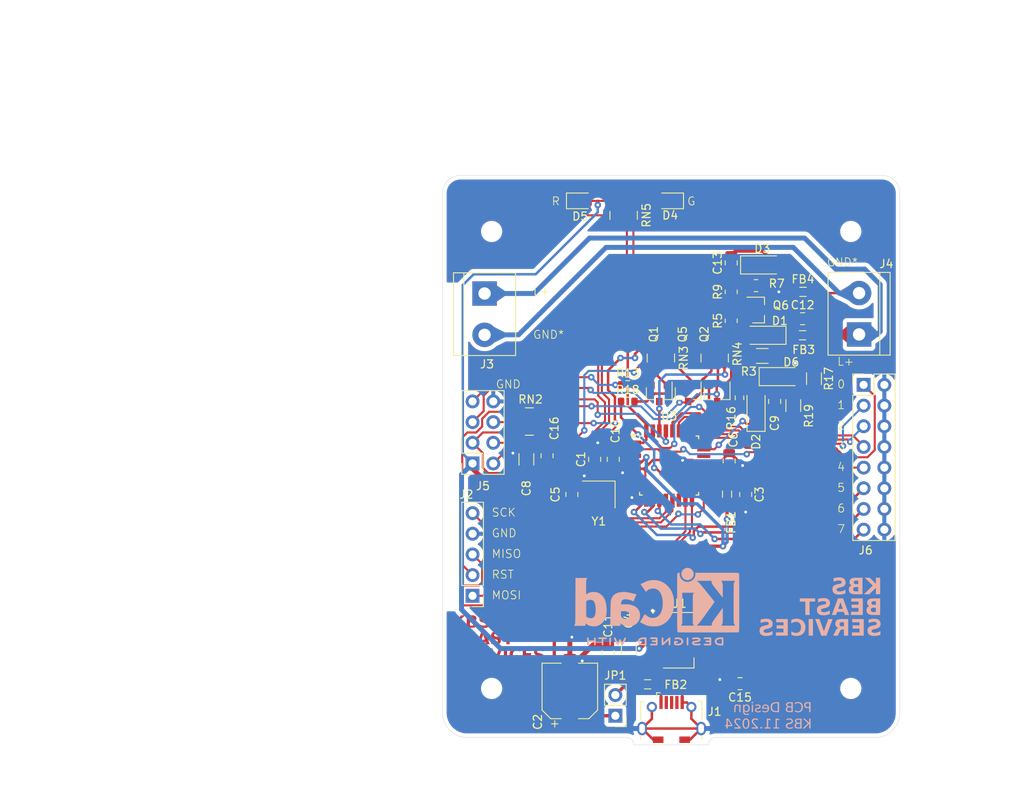
<source format=kicad_pcb>
(kicad_pcb (version 20240108) (generator "pcbnew") (generator_version "8.0")
  (layers (0 "F.Cu" signal) (31 "B.Cu" signal) (34 "B.Paste" user) (35 "F.Paste" user) (36 "B.SilkS" user "B.Silkscreen") (37 "F.SilkS" user "F.Silkscreen") (38 "B.Mask" user) (39 "F.Mask" user) (44 "Edge.Cuts" user))
  (net 0 "")
  (net 1 "GND")
  (net 2 "/XTAL1")
  (net 3 "+5V")
  (net 4 "/AVCC")
  (net 5 "/XTAL2")
  (net 6 "Net-(U3-AREF)")
  (net 7 "+3V3")
  (net 8 "/ADC")
  (net 9 "Net-(D1-A)")
  (net 10 "/L+TTL")
  (net 11 "/ESP_RESET")
  (net 12 "/L+")
  (net 13 "Net-(D4-K)")
  (net 14 "Net-(D5-K)")
  (net 15 "Net-(J1-VBUS)")
  (net 16 "Net-(JP1-B)")
  (net 17 "Net-(J3-Pin_1)")
  (net 18 "Net-(J3-Pin_2)")
  (net 22 "/MOSI")
  (net 23 "/SCK")
  (net 24 "/MISO")
  (net 25 "/RESET")
  (net 26 "/GPIO2")
  (net 27 "/GPIO0")
  (net 28 "/ESP_TX")
  (net 29 "/ESP_RX")
  (net 30 "/CH_PD")
  (net 31 "/F7")
  (net 32 "/F6")
  (net 33 "/F5")
  (net 34 "/F4")
  (net 35 "/F3")
  (net 36 "/F2")
  (net 37 "/F1")
  (net 38 "/F0")
  (net 39 "Net-(Q1-B)")
  (net 40 "Net-(Q1-E)")
  (net 41 "/RXD")
  (net 42 "Net-(Q2-B)")
  (net 43 "Net-(Q2-E)")
  (net 44 "Net-(Q5-E)")
  (net 45 "Net-(Q5-B)")
  (net 46 "Net-(Q6-C)")
  (net 47 "Net-(Q6-B)")
  (net 48 "/TXD")
  (net 49 "/PD_CONTROL")
  (net 50 "/STATUS_GREEN")
  (net 51 "/STATUS_RED")
  (footprint "Capacitor_SMD:C_0805_2012Metric" (layer "F.Cu") (at 182.88 112.522 90)
    (property "Reference" "C5")
    (property "Value" "12p")
  )
  (footprint "Connector_PinHeader_2.54mm:PinHeader_1x05_P2.54mm_Vertical" (layer "F.Cu") (at 170.688 124.968 180)
    (property "Reference" "J2")
    (property "Value" "Conn_01x05_Socket")
  )
  (footprint "libs:SOT-23" (layer "F.Cu") (at 200.66 100.076 -90)
    (property "Reference" "Q2")
    (property "Value" "MMBT3904")
  )
  (footprint "LED_SMD:LED_0805_2012Metric" (layer "F.Cu") (at 183.896 76.454)
    (property "Reference" "D5")
    (property "Value" "LED")
  )
  (footprint "Inductor_SMD:L_0805_2012Metric" (layer "F.Cu") (at 211.2475 87.63)
    (property "Reference" "FB4")
    (property "Value" "FerriteBead")
  )
  (footprint "Capacitor_SMD:C_1206_3216Metric" (layer "F.Cu") (at 177.292 108.204 90)
    (property "Reference" "C8")
    (property "Value" "10u")
  )
  (footprint "Inductor_SMD:L_0805_2012Metric" (layer "F.Cu") (at 201.93 112.4755 -90)
    (property "Reference" "FB1")
    (property "Value" "FerriteBead")
  )
  (footprint "Package_QFP:TQFP-32_7x7mm_P0.8mm" (layer "F.Cu") (at 194.818 108.966)
    (property "Reference" "U3")
    (property "Value" "ATmega328PB")
  )
  (footprint "Resistor_SMD:R_0603_1608Metric" (layer "F.Cu") (at 189.738 99.06)
    (property "Reference" "R13")
    (property "Value" "100")
  )
  (footprint "Capacitor_SMD:C_0805_2012Metric" (layer "F.Cu") (at 202.438 84.074 90)
    (property "Reference" "C13")
    (property "Value" "1n")
  )
  (footprint "Capacitor_SMD:C_0805_2012Metric" (layer "F.Cu") (at 187.325 131.953 90)
    (property "Reference" "C11")
    (property "Value" "100n")
  )
  (footprint "libs:USB_Micro-B" (layer "F.Cu") (at 195.1218 140.7964)
    (property "Reference" "J1")
    (property "Value" "USB_B_Micro")
  )
  (footprint "Connector_PinHeader_2.54mm:PinHeader_2x08_P2.54mm_Vertical" (layer "F.Cu") (at 218.694 99.06)
    (property "Reference" "J6")
    (property "Value" "flat number selector")
  )
  (footprint "Resistor_SMD:R_0805_2012Metric" (layer "F.Cu") (at 202.438 87.63 90)
    (property "Reference" "R9")
    (property "Value" "100k")
  )
  (footprint "Capacitor_SMD:C_0805_2012Metric" (layer "F.Cu") (at 204.216 112.522 -90)
    (property "Reference" "C3")
    (property "Value" "100n")
  )
  (footprint "Resistor_SMD:R_Array_Convex_4x0603" (layer "F.Cu") (at 200.406 95.758 -90)
    (property "Reference" "RN4")
    (property "Value" "10k")
  )
  (footprint "MountingHole:MountingHole_2.1mm" (layer "F.Cu") (at 173.0248 136.3472)
    (property "Reference" "REF4" (hide yes))
    (property "Value" "MountingHole_2.1mm")
  )
  (footprint "Package_TO_SOT_SMD:SOT-223-3_TabPin2" (layer "F.Cu") (at 195.961 130.429)
    (property "Reference" "U1")
    (property "Value" "AMS1117-3.3")
  )
  (footprint "Resistor_SMD:R_1206_3216Metric" (layer "F.Cu") (at 212.598 98.298 -90)
    (property "Reference" "R17")
    (property "Value" "10M 1%")
  )
  (footprint "Crystal:Crystal_SMD_3225-4Pin_3.2x2.5mm" (layer "F.Cu") (at 186.182 112.522 180)
    (property "Reference" "Y1")
    (property "Value" "18.4320M")
  )
  (footprint "LED_SMD:LED_0805_2012Metric" (layer "F.Cu") (at 194.8965 76.454 180)
    (property "Reference" "D4")
    (property "Value" "LED")
  )
  (footprint "Capacitor_SMD:C_0805_2012Metric" (layer "F.Cu") (at 211.201 90.932)
    (property "Reference" "C12")
    (property "Value" "100p")
  )
  (footprint "MountingHole:MountingHole_2.1mm" (layer "F.Cu") (at 173.0248 80.2132)
    (property "Reference" "REF3" (hide yes))
    (property "Value" "MountingHole_2.1mm")
  )
  (footprint "Diode_SMD:D_MiniMELF" (layer "F.Cu") (at 205.486 102.108 90)
    (property "Reference" "D2")
    (property "Value" "BZV55B6V2")
  )
  (footprint "Diode_SMD:D_MiniMELF" (layer "F.Cu") (at 208.534 98.044)
    (property "Reference" "D6")
    (property "Value" "BZV55B9V1")
  )
  (footprint "TerminalBlock:TerminalBlock_bornier-2_P5.08mm" (layer "F.Cu") (at 172.1612 87.8332 -90)
    (property "Reference" "J3")
    (property "Value" "Screw_Terminal_01x02")
  )
  (footprint "Capacitor_SMD:C_1206_3216Metric" (layer "F.Cu") (at 189.865 131.445 90)
    (property "Reference" "C4")
    (property "Value" "10u")
  )
  (footprint "Capacitor_SMD:C_0805_2012Metric" (layer "F.Cu") (at 187.96 108.204 -90)
    (property "Reference" "C10")
    (property "Value" "100n")
  )
  (footprint "Capacitor_SMD:C_0805_2012Metric" (layer "F.Cu") (at 185.674 108.204 90)
    (property "Reference" "C1")
    (property "Value" "12p")
  )
  (footprint "Resistor_SMD:R_1206_3216Metric" (layer "F.Cu") (at 206.248 95.504)
    (property "Reference" "R3")
    (property "Value" "100k")
  )
  (footprint "Capacitor_SMD:C_0805_2012Metric" (layer "F.Cu") (at 207.772 101.092 90)
    (property "Reference" "C9")
    (property "Value" "10n")
  )
  (footprint "TerminalBlock:TerminalBlock_bornier-2_P5.08mm" (layer "F.Cu") (at 218.1352 92.8624 90)
    (property "Reference" "J4")
    (property "Value" "Screw_Terminal_01x02")
  )
  (footprint "Resistor_SMD:R_1206_3216Metric" (layer "F.Cu") (at 210.058 101.6 90)
    (property "Reference" "R19")
    (property "Value" "1M 1%")
  )
  (footprint "Resistor_SMD:R_0603_1608Metric" (layer "F.Cu") (at 189.738 101.092)
    (property "Reference" "R18")
    (property "Value" "100")
  )
  (footprint "Capacitor_SMD:CP_Elec_6.3x9.9" (layer "F.Cu") (at 182.626 136.652 90)
    (property "Reference" "C2")
    (property "Value" "100u")
  )
  (footprint "Connector_PinSocket_2.54mm:PinSocket_2x04_P2.54mm_Vertical" (layer "F.Cu") (at 170.688 108.712 180)
    (property "Reference" "J5")
    (property "Value" "Conn_02x04_Odd_Even")
  )
  (footprint "Resistor_SMD:R_0805_2012Metric" (layer "F.Cu") (at 202.438 91.186 90)
    (property "Reference" "R5")
    (property "Value" "100k")
  )
  (footprint "libs:SOT-23" (layer "F.Cu") (at 205.74 89.916)
    (property "Reference" "Q6")
    (property "Value" "MMBT5551L")
  )
  (footprint "Capacitor_SMD:C_0805_2012Metric" (layer "F.Cu") (at 179.832 107.762 90)
    (property "Reference" "C16")
    (property "Value" "100n")
  )
  (footprint "Diode_SMD:D_MiniMELF" (layer "F.Cu") (at 206.248 84.328)
    (property "Reference" "D3")
    (property "Value" "BZV55B6V2")
  )
  (footprint "Capacitor_SMD:C_0805_2012Metric" (layer "F.Cu") (at 202.184 108.392 90)
    (property "Reference" "C6")
    (property "Value" "100n")
  )
  (footprint "Inductor_SMD:L_0805_2012Metric" (layer "F.Cu") (at 192.1764 135.8392 180)
    (property "Reference" "FB2")
    (property "Value" "FerriteBead")
  )
  (footprint "MountingHole:MountingHole_2.1mm" (layer "F.Cu") (at 217.1192 80.2132)
    (property "Reference" "REF2" (hide yes))
    (property "Value" "MountingHole_2.1mm")
  )
  (footprint "libs:SOT-23" (layer "F.Cu") (at 197.104 100.076 -90)
    (property "Reference" "Q5")
    (property "Value" "MMBT3904")
  )
  (footprint "Resistor_SMD:R_0603_1608Metric" (layer "F.Cu") (at 203.454 100.647 90)
    (property "Reference" "R16")
    (property "Value" "100")
  )
  (footprint "Resistor_SMD:R_Array_Convex_4x0603" (layer "F.Cu") (at 193.802 95.758 -90)
    (property "Reference" "RN3")
    (property "Value" "10k")
  )
  (footprint "libs:SOT-23" (layer "F.Cu") (at 193.548 100.076 -90)
    (property "Reference" "Q1")
    (property "Value" "MMBT3904")
  )
  (footprint "MountingHole:MountingHole_2.1mm" (layer "F.Cu") (at 217.1192 136.3472)
    (property "Reference" "REF1" (hide yes))
    (property "Value" "MountingHole_2.1mm")
  )
  (footprint "Inductor_SMD:L_0805_2012Metric" (layer "F.Cu") (at 211.201 92.964)
    (property "Reference" "FB3")
    (property "Value" "FerriteBead")
  )
  (footprint "Diode_SMD:D_MiniMELF" (layer "F.Cu") (at 206.502 92.964 180)
    (property "Reference" "D1")
    (property "Value" "1N4148")
  )
  (footprint "Resistor_SMD:R_0805_2012Metric" (layer "F.Cu") (at 205.486 86.868)
    (property "Reference" "R7")
    (property "Value" "1k")
  )
  (footprint "Capacitor_SMD:C_0805_2012Metric" (layer "F.Cu") (at 203.515 135.763 180)
    (property "Reference" "C15")
    (property "Value" "100n")
  )
  (footprint "Resistor_SMD:R_Array_Convex_4x0603" (layer "F.Cu") (at 177.662 103.562 180)
    (property "Reference" "RN2")
    (property "Value" "10k")
  )
  (footprint "Connector_PinHeader_2.54mm:PinHeader_1x02_P2.54mm_Vertical" (layer "F.Cu") (at 188.214 139.7 180)
    (property "Reference" "JP1")
    (property "Value" "current_probe")
  )
  (footprint "Resistor_SMD:R_Array_Convex_4x0603" (layer "F.Cu") (at 189.23 78.232 -90)
    (property "Reference" "RN5")
    (property "Value" "1k")
  )
  (footprint "Symbol:KiCad-Logo2_8mm_SilkScreen" (layer "B.Cu") (at 193.294 125.476 180)
    (property "Reference" "REF**" (hide yes))
    (property "Value" "KiCad-Logo2_8mm_SilkScreen" (hide yes))
  )
  (gr_line (start 190.449199 143.284856) (end 199.694801 143.284856) (stroke (width 0.05)) (layer "Edge.Cuts"))
  (gr_arc (start 221.075842 73.331838) (mid 222.516002 73.984681) (end 223.138999 75.438001) (stroke (width 0.05)) (layer "Edge.Cuts"))
  (gr_arc (start 199.694801 143.284856) (mid 199.911503 142.641095) (end 200.533 142.367) (stroke (width 0.05)) (layer "Edge.Cuts"))
  (gr_arc (start 167.005001 75.438) (mid 167.627998 73.98468) (end 169.068158 73.331837) (stroke (width 0.05)) (layer "Edge.Cuts"))
  (gr_line (start 167.005 139.31893) (end 167.005 75.438) (stroke (width 0.05)) (layer "Edge.Cuts"))
  (gr_arc (start 223.139 139.318931) (mid 222.343535 141.39436) (end 220.345 142.367) (stroke (width 0.05)) (layer "Edge.Cuts"))
  (gr_line (start 200.533 142.367) (end 220.345 142.367) (stroke (width 0.05)) (layer "Edge.Cuts"))
  (gr_line (start 223.139 139.318931) (end 223.139 75.438001) (stroke (width 0.05)) (layer "Edge.Cuts"))
  (gr_line (start 169.799 142.367) (end 189.611 142.367) (stroke (width 0.05)) (layer "Edge.Cuts"))
  (gr_line (start 169.068158 73.331837) (end 221.075842 73.331838) (stroke (width 0.05)) (layer "Edge.Cuts"))
  (gr_arc (start 169.799 142.366999) (mid 167.800465 141.394359) (end 167.005 139.31893) (stroke (width 0.05)) (layer "Edge.Cuts"))
  (gr_arc (start 189.611 142.367) (mid 190.232498 142.641095) (end 190.449199 143.284856) (stroke (width 0.05)) (layer "Edge.Cuts"))
  (gr_text "SERVICES" (at 168.148 132.334 0) (layer "F.Cu") (effects (font (size 1.5 1.5) (thickness 0.3) (bold yes)) (justify left)))
  (gr_text "BEAST\n" (at 168.148 130.302 0) (layer "F.Cu") (effects (font (size 1.5 1.5) (thickness 0.3) (bold yes)) (justify left)))
  (gr_text "KBS\n" (at 168.148 128.27 0) (layer "F.Cu") (effects (font (size 1.5 1.5) (thickness 0.3) (bold yes)) (justify left)))
  (gr_text "PCB Design  \nKBS 11.2024" (at 212.344 141.478 0) (layer "B.SilkS") (effects (font (size 1.2 1.2) (thickness 0.2)) (justify left bottom mirror)))
  (gr_text "KBS\n" (at 220.98 123.952 -0) (layer "B.SilkS") (effects (font (size 2 2) (thickness 0.3) (bold yes)) (justify left mirror)))
  (gr_text "BEAST\n" (at 220.98 126.492 -0) (layer "B.SilkS") (effects (font (size 2 2) (thickness 0.3) (bold yes)) (justify left mirror)))
  (gr_text "SERVICES" (at 220.98 129.032 -0) (layer "B.SilkS") (effects (font (size 2 2) (thickness 0.3) (bold yes)) (justify left mirror)))
  (gr_text "GND" (at 173.482 99.568 0) (layer "F.SilkS") (effects (font (size 1 1) (thickness 0.1)) (justify left bottom)))
  (gr_text "1" (at 215.392 102.108 0) (layer "F.SilkS") (effects (font (size 1 1) (thickness 0.1)) (justify left bottom)))
  (gr_text "G" (at 196.977 77.089 0) (layer "F.SilkS") (effects (font (size 1 1) (thickness 0.1)) (justify left bottom)))
  (gr_text "6" (at 215.392 114.808 0) (layer "F.SilkS") (effects (font (size 1 1) (thickness 0.1)) (justify left bottom)))
  (gr_text "GND*" (at 214.122 84.582 0) (layer "F.SilkS") (effects (font (size 1 1) (thickness 0.1)) (justify left bottom)))
  (gr_text "2" (at 215.392 104.648 0) (layer "F.SilkS") (effects (font (size 1 1) (thickness 0.1)) (justify left bottom)))
  (gr_text "L+" (at 215.392 96.774 0) (layer "F.SilkS") (effects (font (size 1 1) (thickness 0.1)) (justify left bottom)))
  (gr_text "3" (at 215.392 107.188 0) (layer "F.SilkS") (effects (font (size 1 1) (thickness 0.1)) (justify left bottom)))
  (gr_text "MOSI" (at 172.974 125.476 0) (layer "F.SilkS") (effects (font (size 1 1) (thickness 0.1)) (justify left bottom)))
  (gr_text "4" (at 215.392 109.728 0) (layer "F.SilkS") (effects (font (size 1 1) (thickness 0.1)) (justify left bottom)))
  (gr_text "R" (at 180.34 77.089 0) (layer "F.SilkS") (effects (font (size 1 1) (thickness 0.1)) (justify left bottom)))
  (gr_text "MISO" (at 172.974 120.396 0) (layer "F.SilkS") (effects (font (size 1 1) (thickness 0.1)) (justify left bottom)))
  (gr_text "RST" (at 172.974 122.936 0) (layer "F.SilkS") (effects (font (size 1 1) (thickness 0.1)) (justify left bottom)))
  (gr_text "0" (at 215.392 99.568 0) (layer "F.SilkS") (effects (font (size 1 1) (thickness 0.1)) (justify left bottom)))
  (gr_text "7" (at 215.392 117.348 0) (layer "F.SilkS") (effects (font (size 1 1) (thickness 0.1)) (justify left bottom)))
  (gr_text "L+" (at 178.054 88.138 0) (layer "F.SilkS") (effects (font (size 1 1) (thickness 0.1)) (justify left bottom)))
  (gr_text "5" (at 215.392 112.268 0) (layer "F.SilkS") (effects (font (size 1 1) (thickness 0.1)) (justify left bottom)))
  (gr_text "GND*" (at 178.054 93.472 0) (layer "F.SilkS") (effects (font (size 1 1) (thickness 0.1)) (justify left bottom)))
  (gr_text "GND" (at 172.974 117.856 0) (layer "F.SilkS") (effects (font (size 1 1) (thickness 0.1)) (justify left bottom)))
  (gr_text "SCK" (at 172.974 115.316 0) (layer "F.SilkS") (effects (font (size 1 1) (thickness 0.1)) (justify left bottom)))
  (segment (start 179.832 106.812) (end 177.375 106.812) (width 0.4064) (layer "F.Cu") (net 1))
  (segment (start 190.568 109.366) (end 189.103 109.366) (width 0.3048) (layer "F.Cu") (net 1))
  (segment (start 191.622 109.366) (end 191.897 109.641) (width 0.254) (layer "F.Cu") (net 1))
  (segment (start 196.4218 138.0714) (end 196.9968 138.0714) (width 0.3048) (layer "F.Cu") (net 1))
  (segment (start 207.998 87.348) (end 208.28 87.63) (width 0.4064) (layer "F.Cu") (net 1))
  (segment (start 204.216 113.472) (end 204.216 114.681) (width 0.4064) (layer "F.Cu") (net 1))
  (segment (start 187.574 109.154) (end 187.96 109.154) (width 0.254) (layer "F.Cu") (net 1))
  (segment (start 185.674 106.553) (end 186.055 106.172) (width 0.4064) (layer "F.Cu") (net 1))
  (segment (start 196.4218 138.0714) (end 196.4218 136.6012) (width 0.3048) (layer "F.Cu") (net 1))
  (segment (start 182.88 111.572) (end 184.982 111.572) (width 0.254) (layer "F.Cu") (net 1))
  (segment (start 196.4218 136.2928) (end 196.4218 136.6012) (width 0.6096) (layer "F.Cu") (net 1))
  (segment (start 185.082 110.66) (end 184.531 110.109) (width 0.254) (layer "F.Cu") (net 1))
  (segment (start 188.976 114.808) (end 190.8175 112.9665) (width 0.254) (layer "F.Cu") (net 1))
  (segment (start 201.06 108.566) (end 202.184 107.442) (width 0.3048) (layer "F.Cu") (net 1))
  (segment (start 221.234 104.14) (end 221.234 106.68) (width 0.3048) (layer "F.Cu") (net 1))
  (segment (start 187.282 113.372) (end 187.182 113.372) (width 0.254) (layer "F.Cu") (net 1))
  (segment (start 196.9968 138.0714) (end 197.5468 138.6214) (width 0.3048) (layer "F.Cu") (net 1))
  (segment (start 185.082 111.672) (end 185.082 110.66) (width 0.254) (layer "F.Cu") (net 1))
  (segment (start 206.294062 82.624062) (end 207.998 84.328) (width 0.4064) (layer "F.Cu") (net 1))
  (segment (start 192.6968 138.6214) (end 192.6968 140.0714) (width 0.3048) (layer "F.Cu") (net 1))
  (segment (start 190.514 128.129) (end 192.811 128.129) (width 0.6096) (layer "F.Cu") (net 1))
  (segment (start 187.182 113.372) (end 185.482 111.672) (width 0.254) (layer "F.Cu") (net 1))
  (segment (start 202.565 135.763) (end 201.041 135.763) (width 0.6096) (layer "F.Cu") (net 1))
  (segment (start 183.766 132.712) (end 183.766 132.839) (width 0.6096) (layer "F.Cu") (net 1))
  (segment (start 196.9516 135.763) (end 196.4218 136.2928) (width 0.6096) (layer "F.Cu") (net 1))
  (segment (start 201.041 135.763) (end 196.9516 135.763) (width 0.6096) (layer "F.Cu") (net 1))
  (segment (start 192.811 126.771) (end 192.786 126.746) (width 0.6096) (layer "F.Cu") (net 1))
  (segment (start 192.857856 142.632456) (end 193.4718 142.632456) (width 0.3048) (layer "F.Cu") (net 1))
  (segment (start 182.88 111.572) (end 181.737 112.715) (width 0.254) (layer "F.Cu") (net 1))
  (segment (start 210.0535 100.142) (end 210.058 100.1375) (width 0.3048) (layer "F.Cu") (net 1))
  (segment (start 210.058 100.1375) (end 210.058 98.27) (width 0.3048) (layer "F.Cu") (net 1))
  (segment (start 185.674 107.254) (end 185.674 106.553) (width 0.4064) (layer "F.Cu") (net 1))
  (segment (start 185.475 131.003) (end 187.325 131.003) (width 0.6096) (layer "F.Cu") (net 1))
  (segment (start 210.185 87.63) (end 208.28 87.63) (width 0.4064) (layer "F.Cu") (net 1))
  (segment (start 199.068 108.566) (end 201.06 108.566) (width 0.3048) (layer "F.Cu") (net 1))
  (segment (start 210.284 98.044) (end 210.284 96.421) (width 0.4064) (layer "F.Cu") (net 1))
  (segment (start 191.4968 141.2714) (end 198.7468 141.2714) (width 0.3048) (layer "F.Cu") (net 1))
  (segment (start 177.292 106.729) (end 176.354 106.729) (width 0.4064) (layer "F.Cu") (net 1))
  (segment (start 201.041 135.255) (end 201.041 135.763) (width 0.6096) (layer "F.Cu") (net 1))
  (segment (start 177.375 106.812) (end 177.292 106.729) (width 0.4064) (layer "F.Cu") (net 1))
  (segment (start 205.702 100.142) (end 205.486 100.358) (width 0.3048) (layer "F.Cu") (net 1))
  (segment (start 189.103 109.366) (end 188.172 109.366) (width 0.3048) (layer "F.Cu") (net 1))
  (segment (start 210.058 98.27) (end 210.284 98.044) (width 0.3048) (layer "F.Cu") (net 1))
  (segment (start 182.626 133.852) (end 182.626 130.302) (width 0.6096) (layer "F.Cu") (net 1))
  (segment (start 190.8175 112.9665) (end 190.754 112.903) (width 0.254) (layer "F.Cu") (net 1))
  (segment (start 189.103 109.366) (end 189.103 109.855) (width 0.254) (layer "F.Cu") (net 1))
  (segment (start 207.772 100.142) (end 210.0535 100.142) (width 0.3048) (layer "F.Cu") (net 1))
  (segment (start 197.9632 108.566) (end 197.679565 108.282365) (width 0.3048) (layer "F.Cu") (net 1))
  (segment (start 190.8175 112.9665) (end 191.389 112.395) (width 0.254) (layer "F.Cu") (net 1))
  (segment (start 181.737 114.173) (end 182.372 114.808) (width 0.254) (layer "F.Cu") (net 1))
  (segment (start 189.865 129.97) (end 188.358 129.97) (width 0.6096) (layer "F.Cu") (net 1))
  (segment (start 191.897 109.641) (end 191.897 111.887) (width 0.254) (layer "F.Cu") (net 1))
  (segment (start 197.385744 142.632456) (end 196.7218 142.632456) (width 0.3048) (layer "F.Cu") (net 1))
  (segment (start 185.674 107.254) (end 187.574 109.154) (width 0.254) (layer "F.Cu") (net 1))
  (segment (start 184.531 110.109) (end 184.531 108.397) (width 0.254) (layer "F.Cu") (net 1))
  (segment (start 182.372 114.808) (end 188.976 114.808) (width 0.254) (layer "F.Cu") (net 1))
  (segment (start 221.234 109.22) (end 221.234 111.76) (width 0.3048) (layer "F.Cu") (net 1))
  (segment (start 189.865 128.778) (end 190.514 128.129) (width 0.6096) (layer "F.Cu") (net 1))
  (segment (start 182.626 130.302) (end 182.88 130.048) (width 0.6096) (layer "F.Cu") (net 1))
  (segment (start 185.482 111.672) (end 185.082 111.672) (width 0.254) (layer "F.Cu") (net 1))
  (segment (start 183.766 132.839) (end 183.896 132.969) (width 0.6096) (layer "F.Cu") (net 1))
  (segment (start 192.6968 140.0714) (end 191.4968 141.2714) (width 0.3048) (layer "F.Cu") (net 1))
  (segment (start 190.754 112.903) (end 190.246 112.903) (width 0.254) (layer "F.Cu") (net 1))
  (segment (start 198.7468 141.2714) (end 197.385744 142.632456) (width 0.3048) (layer "F.Cu") (net 1))
  (segment (start 182.626 133.852) (end 183.766 132.712) (width 0.6096) (layer "F.Cu") (net 1))
  (segment (start 221.234 101.6) (end 221.234 104.14) (width 0.3048) (layer "F.Cu") (net 1))
  (segment (start 221.234 111.76) (end 221.234 114.3) (width 0.3048) (layer "F.Cu") (net 1))
  (segment (start 212.151 89.977) (end 211.455 89.281) (width 0.4064) (layer "F.Cu") (net 1))
  (segment (start 207.998 84.328) (end 207.998 87.348) (width 0.4064) (layer "F.Cu") (net 1))
  (segment (start 176.354 106.729) (end 175.641 107.442) (width 0.4064) (layer "F.Cu") (net 1))
  (segment (start 191.897 111.887) (end 191.695 112.089) (width 0.254) (layer "F.Cu") (net 1))
  (segment (start 183.896 132.969) (end 184.15 132.969) (width 0.6096) (layer "F.Cu") (net 1))
  (segment (start 197.5468 140.0714) (end 198.7468 141.2714) (width 0.3048) (layer "F.Cu") (net 1))
  (segment (start 192.8264 108.282365) (end 191.742765 109.366) (width 0.3048) (layer "F.Cu") (net 1))
  (segment (start 191.4968 141.2714) (end 192.857856 142.632456) (width 0.3048) (layer "F.Cu") (net 1))
  (segment (start 202.937938 82.624062) (end 206.294062 82.624062) (width 0.4064) (layer "F.Cu") (net 1))
  (segment (start 212.151 90.932) (end 212.151 89.977) (width 0.4064) (layer "F.Cu") (net 1))
  (segment (start 188.172 109.366) (end 187.96 109.154) (width 0.3048) (layer "F.Cu") (net 1))
  (segment (start 197.5468 138.6214) (end 197.5468 140.0714) (width 0.3048) (layer "F.Cu") (net 1))
  (segment (start 202.311 107.442) (end 203.835 108.966) (width 0.4064) (layer "F.Cu") (net 1))
  (segment (start 192.811 128.129) (end 192.811 126.771) (width 0.6096) (layer "F.Cu") (net 1))
  (segment (start 199.068 108.566) (end 197.9632 108.566) (width 0.3048) (layer "F.Cu") (net 1))
  (segment (start 181.737 112.715) (end 181.737 114.173) (width 0.254) (layer "F.Cu") (net 1))
  (segment (start 189.865 129.97) (end 189.865 128.778) (width 0.6096) (layer "F.Cu") (net 1))
  (segment (start 221.234 106.68) (end 221.234 109.22) (width 0.3048) (layer "F.Cu") (net 1))
  (segment (start 210.284 96.421) (end 210.312 96.393) (width 0.4064) (layer "F.Cu") (net 1))
  (segment (start 221.234 99.06) (end 221.234 101.6) (width 0.3048) (layer "F.Cu") (net 1))
  (segment (start 202.438 83.124) (end 202.937938 82.624062) (width 0.4064) (layer "F.Cu") (net 1))
  (segment (start 184.531 108.397) (end 185.674 107.254) (width 0.254) (layer "F.Cu") (net 1))
  (segment (start 183.766 132.712) (end 185.475 131.003) (width 0.6096) (layer "F.Cu") (net 1))
  (segment (start 207.772 100.142) (end 205.702 100.142) (width 0.3048) (layer "F.Cu") (net 1))
  (segment (start 184.982 111.572) (end 185.082 111.672) (width 0.254) (layer "F.Cu") (net 1))
  (segment (start 190.568 109.366) (end 191.622 109.366) (width 0.3048) (layer "F.Cu") (net 1))
  (segment (start 197.679565 108.282365) (end 192.8264 108.282365) (width 0.3048) (layer "F.Cu") (net 1))
  (segment (start 221.234 114.3) (end 221.234 116.84) (width 0.3048) (layer "F.Cu") (net 1))
  (segment (start 191.742765 109.366) (end 191.622 109.366) (width 0.3048) (layer "F.Cu") (net 1))
  (segment (start 202.184 107.442) (end 202.311 107.442) (width 0.4064) (layer "F.Cu") (net 1))
  (segment (start 188.358 129.97) (end 187.325 131.003) (width 0.6096) (layer "F.Cu") (net 1))
  (segment (start 209.931 89.281) (end 208.28 87.63) (width 0.4064) (layer "F.Cu") (net 1))
  (segment (start 211.455 89.281) (end 209.931 89.281) (width 0.4064) (layer "F.Cu") (net 1))
  (via (at 204.216 114.681) (size 0.8) (drill 0.35) (layers "F.Cu" "B.Cu") (net 1))
  (via (at 182.88 130.048) (size 0.8) (drill 0.35) (layers "F.Cu" "B.Cu") (net 1))
  (via (at 186.055 106.172) (size 0.8) (drill 0.35) (layers "F.Cu" "B.Cu") (net 1))
  (via (at 175.641 107.442) (size 0.8) (drill 0.35) (layers "F.Cu" "B.Cu") (net 1))
  (via (at 189.103 109.855) (size 0.8) (drill 0.35) (layers "F.Cu" "B.Cu") (net 1))
  (via (at 210.312 96.393) (size 0.8) (drill 0.35) (layers "F.Cu" "B.Cu") (net 1))
  (via (at 190.246 112.903) (size 0.8) (drill 0.35) (layers "F.Cu" "B.Cu") (net 1))
  (via (at 196.469 108.331) (size 0.8) (drill 0.35) (layers "F.Cu" "B.Cu") (net 1))
  (via (at 184.15 132.969) (size 0.8) (drill 0.35) (layers "F.Cu" "B.Cu") (net 1))
  (via (at 201.041 135.255) (size 0.8) (drill 0.35) (layers "F.Cu" "B.Cu") (net 1))
  (via (at 203.835 108.966) (size 0.8) (drill 0.35) (layers "F.Cu" "B.Cu") (net 1))
  (via (at 184.404 110.236) (size 0.8) (drill 0.35) (layers "F.Cu" "B.Cu") (net 1))
  (via (at 208.28 87.63) (size 0.8) (drill 0.35) (layers "F.Cu" "B.Cu") (net 1))
  (via (at 192.786 126.746) (size 0.8) (drill 0.35) (layers "F.Cu" "B.Cu") (net 1))
  (segment (start 198.7468 141.2714) (end 200.4856 141.2714) (width 0.6096) (layer "B.Cu") (net 1))
  (segment (start 191.4968 141.2714) (end 190.0394 141.2714) (width 0.6096) (layer "B.Cu") (net 1))
  (segment (start 187.282 110.762) (end 187.282 111.672) (width 0.254) (layer "F.Cu") (net 2))
  (segment (start 185.674 109.154) (end 187.282 110.762) (width 0.254) (layer "F.Cu") (net 2))
  (segment (start 187.282 111.672) (end 188.524 111.672) (width 0.254) (layer "F.Cu") (net 2))
  (segment (start 188.524 111.672) (end 189.23 110.966) (width 0.254) (layer "F.Cu") (net 2))
  (segment (start 190.568 110.966) (end 189.23 110.966) (width 0.254) (layer "F.Cu") (net 2))
  (segment (start 184.277 137.922) (end 183.769 137.922) (width 0.4064) (layer "F.Cu") (net 3))
  (segment (start 183.261 138.43) (end 183.769 137.922) (width 0.4064) (layer "F.Cu") (net 3))
  (segment (start 201.422 118.872) (end 196.469 118.872) (width 0.4064) (layer "F.Cu") (net 3))
  (segment (start 190.627 95.758) (end 190.627 95.25) (width 0.3048) (layer "F.Cu") (net 3))
  (segment (start 190.627 95.25) (end 191.135 94.742) (width 0.3048) (layer "F.Cu") (net 3))
  (segment (start 187.325 97.282) (end 188.849 95.758) (width 0.3048) (layer "F.Cu") (net 3))
  (segment (start 201.041 91.059) (end 201.8265 90.2735) (width 0.3048) (layer "F.Cu") (net 3))
  (segment (start 180.721 130.302) (end 180.721 135.509) (width 0.4064) (layer "F.Cu") (net 3))
  (segment (start 201.041 93.091) (end 192.786 93.091) (width 0.3048) (layer "F.Cu") (net 3))
  (segment (start 178.562 102.362) (end 179.216 102.362) (width 0.254) (layer "F.Cu") (net 3))
  (segment (start 184.404 135.509) (end 184.404 134.112) (width 0.4064) (layer "F.Cu") (net 3))
  (segment (start 201.041 93.091) (end 201.041 91.059) (width 0.3048) (layer "F.Cu") (net 3))
  (segment (start 185.613 132.903) (end 187.325 132.903) (width 0.4064) (layer "F.Cu") (net 3))
  (segment (start 201.93 113.538) (end 201.93 115.57) (width 0.4064) (layer "F.Cu") (net 3))
  (segment (start 182.626 139.452) (end 182.626 138.43) (width 0.4064) (layer "F.Cu") (net 3))
  (segment (start 187.96 107.254) (end 187.96 104.521) (width 0.254) (layer "F.Cu") (net 3))
  (segment (start 184.404 134.112) (end 185.613 132.903) (width 0.4064) (layer "F.Cu") (net 3))
  (segment (start 192.811 132.729) (end 190.056 132.729) (width 0.4064) (layer "F.Cu") (net 3))
  (segment (start 188.214 139.7) (end 182.874 139.7) (width 0.4064) (layer "F.Cu") (net 3))
  (segment (start 183.896 127.127) (end 180.721 130.302) (width 0.4064) (layer "F.Cu") (net 3))
  (segment (start 188.214 127.127) (end 183.896 127.127) (width 0.4064) (layer "F.Cu") (net 3))
  (segment (start 201.606 94.858) (end 201.606 93.656) (width 0.3048) (layer "F.Cu") (net 3))
  (segment (start 188.214 103.632) (end 188.1606 103.5786) (width 0.3048) (layer "F.Cu") (net 3))
  (segment (start 190.568 108.566) (end 191.408 108.566) (width 0.3048) (layer "F.Cu") (net 3))
  (segment (start 187.325 132.903) (end 189.848 132.903) (width 0.4064) (layer "F.Cu") (net 3))
  (segment (start 183.515 136.398) (end 184.404 135.509) (width 0.4064) (layer "F.Cu") (net 3))
  (segment (start 190.056 132.729) (end 189.865 132.92) (width 0.4064) (layer "F.Cu") (net 3))
  (segment (start 188.1606 103.5786) (end 188.1606 100.5306) (width 0.3048) (layer "F.Cu") (net 3))
  (segment (start 188.1606 100.5306) (end 187.325 99.695) (width 0.3048) (layer "F.Cu") (net 3))
  (segment (start 180.721 135.509) (end 181.61 136.398) (width 0.4064) (layer "F.Cu") (net 3))
  (segment (start 189.848 132.903) (end 189.865 132.92) (width 0.4064) (layer "F.Cu") (net 3))
  (segment (start 189.272 108.566) (end 187.96 107.254) (width 0.3048) (layer "F.Cu") (net 3))
  (segment (start 180.613 103.759) (end 185.547 103.759) (width 0.254) (layer "F.Cu") (net 3))
  (segment (start 188.214 103.759) (end 188.214 104.267) (width 0.254) (layer "F.Cu") (net 3))
  (segment (start 182.626 138.43) (end 183.261 138.43) (width 0.4064) (layer "F.Cu") (net 3))
  (segment (start 187.325 99.695) (end 187.325 97.282) (width 0.3048) (layer "F.Cu") (net 3))
  (segment (start 179.216 102.362) (end 180.613 103.759) (width 0.254) (layer "F.Cu") (net 3))
  (segment (start 196.469 118.872) (end 188.214 127.127) (width 0.4064) (layer "F.Cu") (net 3))
  (segment (start 191.408 108.566) (end 192.024 107.95) (width 0.3048) (layer "F.Cu") (net 3))
  (segment (start 188.214 104.267) (end 187.96 104.521) (width 0.254) (layer "F.Cu") (net 3))
  (segment (start 190.568 108.566) (end 189.272 108.566) (width 0.3048) (layer "F.Cu") (net 3))
  (segment (start 188.214 103.759) (end 188.214 103.632) (width 0.3048) (layer "F.Cu") (net 3))
  (segment (start 202.438 88.5425) (end 202.438 90.2735) (width 0.3048) (layer "F.Cu") (net 3))
  (segment (start 201.8265 90.2735) (end 202.438 90.2735) (width 0.3048) (layer "F.Cu") (net 3))
  (segment (start 181.61 136.398) (end 183.515 136.398) (width 0.4064) (layer "F.Cu") (net 3))
  (segment (start 187.325 134.874) (end 184.277 137.922) (width 0.4064) (layer "F.Cu") (net 3))
  (segment (start 187.325 132.903) (end 187.325 134.874) (width 0.4064) (layer "F.Cu") (net 3))
  (segment (start 182.874 139.7) (end 182.626 139.452) (width 0.4064) (layer "F.Cu") (net 3))
  (segment (start 192.786 93.091) (end 191.135 94.742) (width 0.3048) (layer "F.Cu") (net 3))
  (segment (start 201.606 93.656) (end 201.041 93.091) (width 0.3048) (layer "F.Cu") (net 3))
  (via (at 201.422 118.872) (size 0.8) (drill 0.35) (layers "F.Cu" "B.Cu") (net 3))
  (via (at 188.214 103.759) (size 0.8) (drill 0.35) (layers "F.Cu" "B.Cu") (net 3))
  (via (at 201.93 115.57) (size 0.8) (drill 0.35) (layers "F.Cu" "B.Cu") (net 3))
  (via (at 185.547 103.759) (size 0.8) (drill 0.35) (layers "F.Cu" "B.Cu") (net 3))
  (via (at 188.849 95.758) (size 0.8) (drill 0.35) (layers "F.Cu" "B.Cu") (net 3))
  (via (at 192.024 107.95) (size 0.8) (drill 0.35) (layers "F.Cu" "B.Cu") (net 3))
  (via (at 190.627 95.758) (size 0.8) (drill 0.35) (layers "F.Cu" "B.Cu") (net 3))
  (segment (start 196.215 113.665) (end 192.024 109.474) (width 0.4064) (layer "B.Cu") (net 3))
  (segment (start 201.93 115.57) (end 201.93 118.364) (width 0.4064) (layer "B.Cu") (net 3))
  (segment (start 192.024 109.474) (end 192.024 107.95) (width 0.4064) (layer "B.Cu") (net 3))
  (segment (start 201.93 118.364) (end 201.422 118.872) (width 0.4064) (layer "B.Cu") (net 3))
  (segment (start 185.547 103.759) (end 188.214 103.759) (width 0.254) (layer "B.Cu") (net 3))
  (segment (start 201.422 118.872) (end 201.422 116.84) (width 0.4064) (layer "B.Cu") (net 3))
  (segment (start 188.849 95.758) (end 190.627 95.758) (width 0.3048) (layer "B.Cu") (net 3))
  (segment (start 201.422 116.84) (end 198.247 113.665) (width 0.4064) (layer "B.Cu") (net 3))
  (segment (start 198.247 113.665) (end 196.215 113.665) (width 0.4064) (layer "B.Cu") (net 3))
  (segment (start 201.483 110.966) (end 201.93 111.413) (width 0.3048) (layer "F.Cu") (net 4))
  (segment (start 202.089 111.572) (end 201.93 111.413) (width 0.3048) (layer "F.Cu") (net 4))
  (segment (start 199.068 110.966) (end 201.483 110.966) (width 0.3048) (layer "F.Cu") (net 4))
  (segment (start 204.216 111.572) (end 202.089 111.572) (width 0.3048) (layer "F.Cu") (net 4))
  (segment (start 188.849 112.395) (end 188.849 113.919) (width 0.254) (layer "F.Cu") (net 5))
  (segment (start 186.01 114.3) (end 185.082 113.372) (width 0.254) (layer "F.Cu") (net 5))
  (segment (start 190.568 111.766) (end 189.478 111.766) (width 0.254) (layer "F.Cu") (net 5))
  (segment (start 189.478 111.766) (end 188.849 112.395) (width 0.254) (layer "F.Cu") (net 5))
  (segment (start 182.88 113.472) (end 184.982 113.472) (width 0.254) (layer "F.Cu") (net 5))
  (segment (start 184.982 113.472) (end 185.082 113.372) (width 0.254) (layer "F.Cu") (net 5))
  (segment (start 188.849 113.919) (end 188.468 114.3) (width 0.254) (layer "F.Cu") (net 5))
  (segment (start 188.468 114.3) (end 186.01 114.3) (width 0.254) (layer "F.Cu") (net 5))
  (segment (start 199.068 109.366) (end 202.16 109.366) (width 0.3048) (layer "F.Cu") (net 6))
  (segment (start 202.16 109.366) (end 202.184 109.342) (width 0.3048) (layer "F.Cu") (net 6))
  (segment (start 199.517 93.98) (end 200.006 94.469) (width 0.3048) (layer "F.Cu") (net 7))
  (segment (start 193.402 94.858) (end 193.402 95.523) (width 0.254) (layer "F.Cu") (net 7))
  (segment (start 184.8335 76.454) (end 186.055 76.454) (width 0.254) (layer "F.Cu") (net 7))
  (segment (start 181.229 107.823) (end 181.229 108.839) (width 0.254) (layer "F.Cu") (net 7))
  (segment (start 186.055 76.454) (end 193.959 76.454) (width 0.254) (layer "F.Cu") (net 7))
  (segment (start 195.002 94.858) (end 197.623 94.858) (width 0.3048) (layer "F.Cu") (net 7))
  (segment (start 198.501 93.98) (end 199.517 93.98) (width 0.3048) (layer "F.Cu") (net 7))
  (segment (start 181.229 108.839) (end 181.229 109.22) (width 0.254) (layer "F.Cu") (net 7))
  (segment (start 192.151 130.429) (end 191.135 131.445) (width 0.6096) (layer "F.Cu") (net 7))
  (segment (start 178.562 104.762) (end 179.946 104.762) (width 0.254) (layer "F.Cu") (net 7))
  (segment (start 200.806 94.858) (end 200.006 94.858) (width 0.3048) (layer "F.Cu") (net 7))
  (segment (start 170.688 108.712) (end 170.688 109.347) (width 0.6096) (layer "F.Cu") (net 7))
  (segment (start 180.77 109.679) (end 177.292 109.679) (width 0.254) (layer "F.Cu") (net 7))
  (segment (start 172.085 110.744) (end 176.911 110.744) (width 0.6096) (layer "F.Cu") (net 7))
  (segment (start 177.292 110.363) (end 177.292 109.679) (width 0.6096) (layer "F.Cu") (net 7))
  (segment (start 178.562 103.162) (end 178.562 103.962) (width 0.254) (layer "F.Cu") (net 7))
  (segment (start 192.811 130.429) (end 192.151 130.429) (width 0.6096) (layer "F.Cu") (net 7))
  (segment (start 178.562 103.962) (end 178.562 104.762) (width 0.254) (layer "F.Cu") (net 7))
  (segment (start 191.978 95.931) (end 190.5 97.409) (width 0.254) (layer "F.Cu") (net 7))
  (segment (start 197.623 94.858) (end 198.501 93.98) (width 0.3048) (layer "F.Cu") (net 7))
  (segment (start 193.402 94.858) (end 194.202 94.858) (width 0.3048) (layer "F.Cu") (net 7))
  (segment (start 170.688 109.347) (end 172.085 110.744) (width 0.6096) (layer "F.Cu") (net 7))
  (segment (start 192.811 130.429) (end 199.111 130.429) (width 0.4064) (layer "F.Cu") (net 7))
  (segment (start 176.911 110.744) (end 177.292 110.363) (width 0.6096) (layer "F.Cu") (net 7))
  (segment (start 194.202 94.858) (end 195.002 94.858) (width 0.3048) (layer "F.Cu") (net 7))
  (segment (start 181.229 109.22) (end 180.77 109.679) (width 0.254) (layer "F.Cu") (net 7))
  (segment (start 184.404 104.648) (end 181.229 107.823) (width 0.254) (layer "F.Cu") (net 7))
  (segment (start 190.5 97.409) (end 190.5 97.536) (width 0.254) (layer "F.Cu") (net 7))
  (segment (start 200.006 94.469) (end 200.006 94.858) (width 0.3048) (layer "F.Cu") (net 7))
  (segment (start 179.946 104.762) (end 181.229 106.045) (width 0.254) (layer "F.Cu") (net 7))
  (segment (start 181.229 106.045) (end 181.229 108.839) (width 0.254) (layer "F.Cu") (net 7))
  (segment (start 193.402 95.523) (end 192.994 95.931) (width 0.254) (layer "F.Cu") (net 7))
  (segment (start 192.994 95.931) (end 191.978 95.931) (width 0.254) (layer "F.Cu") (net 7))
  (segment (start 204.465 135.763) (end 204.465 132.72) (width 0.6096) (layer "F.Cu") (net 7))
  (segment (start 186.055 76.962) (end 186.055 76.454) (width 0.3048) (layer "F.Cu") (net 7))
  (via (at 186.055 76.962) (size 0.8) (drill 0.35) (layers "F.Cu" "B.Cu") (net 7))
  (via (at 191.135 131.445) (size 0.8) (drill 0.35) (layers "F.Cu" "B.Cu") (net 7))
  (via (at 184.404 104.648) (size 0.8) (drill 0.35) (layers "F.Cu" "B.Cu") (net 7))
  (via (at 190.5 97.536) (size 0.8) (drill 0.35) (layers "F.Cu" "B.Cu") (net 7))
  (segment (start 186.055 76.962) (end 186.055 77.851) (width 0.3048) (layer "B.Cu") (net 7))
  (segment (start 169.3332 110.0668) (end 170.688 108.712) (width 0.6096) (layer "B.Cu") (net 7))
  (segment (start 190.5 97.536) (end 190.306231 97.342231) (width 0.254) (layer "B.Cu") (net 7))
  (segment (start 191.135 131.445) (end 174.117 131.445) (width 0.6096) (layer "B.Cu") (net 7))
  (segment (start 169.4856 86.804) (end 169.4856 107.5096) (width 0.3048) (layer "B.Cu") (net 7))
  (segment (start 184.404 97.872521) (end 184.404 104.648) (width 0.254) (layer "B.Cu") (net 7))
  (segment (start 178.435 85.471) (end 170.8186 85.471) (width 0.3048) (layer "B.Cu") (net 7))
  (segment (start 184.93429 97.342231) (end 184.404 97.872521) (width 0.254) (layer "B.Cu") (net 7))
  (segment (start 170.8186 85.471) (end 169.4856 86.804) (width 0.3048) (layer "B.Cu") (net 7))
  (segment (start 174.117 131.445) (end 169.3332 126.6612) (width 0.6096) (layer "B.Cu") (net 7))
  (segment (start 186.055 77.851) (end 178.435 85.471) (width 0.3048) (layer "B.Cu") (net 7))
  (segment (start 169.3332 126.6612) (end 169.3332 110.0668) (width 0.6096) (layer "B.Cu") (net 7))
  (segment (start 169.4856 107.5096) (end 170.688 108.712) (width 0.3048) (layer "B.Cu") (net 7))
  (segment (start 190.306231 97.342231) (end 184.93429 97.342231) (width 0.254) (layer "B.Cu") (net 7))
  (segment (start 206.568 102.042) (end 205.486 103.124) (width 0.3048) (layer "F.Cu") (net 8))
  (segment (start 204.315 103.858) (end 205.486 103.858) (width 0.254) (layer "F.Cu") (net 8))
  (segment (start 210.058 103.0625) (end 211.6435 103.0625) (width 0.3048) (layer "F.Cu") (net 8))
  (segment (start 207.772 102.042) (end 206.568 102.042) (width 0.3048) (layer "F.Cu") (net 8))
  (segment (start 209.0375 102.042) (end 210.058 103.0625) (width 0.3048) (layer "F.Cu") (net 8))
  (segment (start 207.772 102.042) (end 209.0375 102.042) (width 0.3048) (layer "F.Cu") (net 8))
  (segment (start 203.835 103.505) (end 203.962 103.505) (width 0.254) (layer "F.Cu") (net 8))
  (segment (start 203.962 103.505) (end 204.315 103.858) (width 0.254) (layer "F.Cu") (net 8))
  (segment (start 199.068 106.966) (end 200.374 106.966) (width 0.254) (layer "F.Cu") (net 8))
  (segment (start 205.486 103.124) (end 205.486 103.858) (width 0.3048) (layer "F.Cu") (net 8))
  (segment (start 211.6435 103.0625) (end 212.598 102.108) (width 0.3048) (layer "F.Cu") (net 8))
  (segment (start 200.374 106.966) (end 200.914 106.426) (width 0.254) (layer "F.Cu") (net 8))
  (segment (start 212.598 99.7605) (end 212.598 102.108) (width 0.3048) (layer "F.Cu") (net 8))
  (via (at 200.914 106.426) (size 0.8) (drill 0.35) (layers "F.Cu" "B.Cu") (net 8))
  (via (at 203.835 103.505) (size 0.8) (drill 0.35) (layers "F.Cu" "B.Cu") (net 8))
  (segment (start 200.914 106.426) (end 203.835 103.505) (width 0.254) (layer "B.Cu") (net 8))
  (segment (start 206.121 98.044) (end 204.7855 96.7085) (width 0.3048) (layer "F.Cu") (net 9))
  (segment (start 204.7855 96.7085) (end 204.7855 95.504) (width 0.3048) (layer "F.Cu") (net 9))
  (segment (start 204.8025 92.9135) (end 204.752 92.964) (width 0.3048) (layer "F.Cu") (net 9))
  (segment (start 204.8685 90.932) (end 204.8025 90.866) (width 0.3048) (layer "F.Cu") (net 9))
  (segment (start 210.251 90.932) (end 209.042 90.932) (width 0.3048) (layer "F.Cu") (net 9))
  (segment (start 204.8025 90.866) (end 204.8025 92.9135) (width 0.3048) (layer "F.Cu") (net 9))
  (segment (start 204.752 92.964) (end 204.752 95.4705) (width 0.3048) (layer "F.Cu") (net 9))
  (segment (start 204.752 95.4705) (end 204.7855 95.504) (width 0.3048) (layer "F.Cu") (net 9))
  (segment (start 206.784 98.044) (end 206.121 98.044) (width 0.3048) (layer "F.Cu") (net 9))
  (segment (start 209.042 90.932) (end 204.8685 90.932) (width 0.3048) (layer "F.Cu") (net 9))
  (segment (start 192.024 105.791) (end 192.018 105.785) (width 0.3048) (layer "F.Cu") (net 10))
  (segment (start 203.134 84.328) (end 202.438 85.024) (width 0.3048) (layer "F.Cu") (net 10))
  (segment (start 189.738 101.6) (end 189.738 88.392) (width 0.3048) (layer "F.Cu") (net 10))
  (segment (start 191.643 106.172) (end 192.024 105.791) (width 0.3048) (layer "F.Cu") (net 10))
  (segment (start 204.498 84.328) (end 203.134 84.328) (width 0.3048) (layer "F.Cu") (net 10))
  (segment (start 189.738 88.392) (end 191.4125 86.7175) (width 0.3048) (layer "F.Cu") (net 10))
  (segment (start 192.018 105.785) (end 192.018 104.716) (width 0.3048) (layer "F.Cu") (net 10))
  (segment (start 202.438 86.7175) (end 204.423 86.7175) (width 0.3048) (layer "F.Cu") (net 10))
  (segment (start 202.438 85.024) (end 202.438 86.7175) (width 0.3048) (layer "F.Cu") (net 10))
  (segment (start 192.018 103.88) (end 189.738 101.6) (width 0.3048) (layer "F.Cu") (net 10))
  (segment (start 204.423 86.7175) (end 204.5735 86.868) (width 0.3048) (layer "F.Cu") (net 10))
  (segment (start 190.568 106.166) (end 190.574 106.172) (width 0.3048) (layer "F.Cu") (net 10))
  (segment (start 191.4125 86.7175) (end 202.438 86.7175) (width 0.3048) (layer "F.Cu") (net 10))
  (segment (start 192.018 104.716) (end 192.018 103.88) (width 0.3048) (layer "F.Cu") (net 10))
  (segment (start 190.574 106.172) (end 191.643 106.172) (width 0.3048) (layer "F.Cu") (net 10))
  (segment (start 176.073 103.962) (end 176.762 103.962) (width 0.254) (layer "F.Cu") (net 11))
  (segment (start 171.958 104.902) (end 175.133 104.902) (width 0.254) (layer "F.Cu") (net 11))
  (segment (start 170.688 106.172) (end 171.958 104.902) (width 0.254) (layer "F.Cu") (net 11))
  (segment (start 175.514 108.712) (end 179.832 108.712) (width 0.254) (layer "F.Cu") (net 11))
  (segment (start 171.958 109.254) (end 172.593 109.889) (width 0.254) (layer "F.Cu") (net 11))
  (segment (start 170.688 106.172) (end 171.958 107.442) (width 0.254) (layer "F.Cu") (net 11))
  (segment (start 171.958 107.442) (end 171.958 109.254) (width 0.254) (layer "F.Cu") (net 11))
  (segment (start 174.337 109.889) (end 175.514 108.712) (width 0.254) (layer "F.Cu") (net 11))
  (segment (start 172.593 109.889) (end 174.337 109.889) (width 0.254) (layer "F.Cu") (net 11))
  (segment (start 175.133 104.902) (end 176.073 103.962) (width 0.254) (layer "F.Cu") (net 11))
  (segment (start 210.1385 92.964) (end 210.1385 94.376) (width 0.3048) (layer "F.Cu") (net 12))
  (segment (start 208.252 93.853) (end 208.252 92.964) (width 0.3048) (layer "F.Cu") (net 12))
  (segment (start 207.7105 94.3945) (end 208.252 93.853) (width 0.3048) (layer "F.Cu") (net 12))
  (segment (start 207.7105 95.504) (end 207.7105 94.3945) (width 0.3048) (layer "F.Cu") (net 12))
  (segment (start 210.1385 94.376) (end 210.85275 95.09025) (width 0.3048) (layer "F.Cu") (net 12))
  (segment (start 212.598 96.8355) (end 210.85275 95.09025) (width 0.3048) (layer "F.Cu") (net 12))
  (segment (start 210.1385 92.964) (end 208.252 92.964) (width 0.3048) (layer "F.Cu") (net 12))
  (segment (start 190.43 77.332) (end 191.759 77.332) (width 0.254) (layer "F.Cu") (net 13))
  (segment (start 194.31 77.978) (end 195.834 76.454) (width 0.254) (layer "F.Cu") (net 13))
  (segment (start 192.405 77.978) (end 194.31 77.978) (width 0.254) (layer "F.Cu") (net 13))
  (segment (start 191.759 77.332) (end 192.405 77.978) (width 0.254) (layer "F.Cu") (net 13))
  (segment (start 189.63 77.332) (end 189.63 77.986) (width 0.254) (layer "F.Cu") (net 14))
  (segment (start 189.384 78.232) (end 184.7365 78.232) (width 0.254) (layer "F.Cu") (net 14))
  (segment (start 184.7365 78.232) (end 182.9585 76.454) (width 0.254) (layer "F.Cu") (net 14))
  (segment (start 189.63 77.986) (end 189.384 78.232) (width 0.254) (layer "F.Cu") (net 14))
  (segment (start 193.8218 138.0714) (end 193.8218 136.4221) (width 0.3048) (layer "F.Cu") (net 15))
  (segment (start 193.8218 136.4221) (end 193.2389 135.8392) (width 0.3048) (layer "F.Cu") (net 15))
  (segment (start 189.5348 135.8392) (end 188.214 137.16) (width 0.4064) (layer "F.Cu") (net 16))
  (segment (start 191.1139 135.8392) (end 189.5348 135.8392) (width 0.4064) (layer "F.Cu") (net 16))
  (segment (start 212.3651 92.8624) (end 218.1352 92.8624) (width 0.3048) (layer "F.Cu") (net 17))
  (segment (start 212.2635 92.964) (end 212.3651 92.8624) (width 0.3048) (layer "F.Cu") (net 17))
  (segment (start 220.3704 92.8624) (end 218.1352 92.8624) (width 0.6096) (layer "B.Cu") (net 17))
  (segment (start 178.2318 87.8332) (end 185.039 81.026) (width 0.6096) (layer "B.Cu") (net 17))
  (segment (start 218.821 84.836) (end 220.726 86.741) (width 0.6096) (layer "B.Cu") (net 17))
  (segment (start 215.265 84.836) (end 218.821 84.836) (width 0.6096) (layer "B.Cu") (net 17))
  (segment (start 185.039 81.026) (end 211.455 81.026) (width 0.6096) (layer "B.Cu") (net 17))
  (segment (start 220.726 86.741) (end 220.726 92.5068) (width 0.6096) (layer "B.Cu") (net 17))
  (segment (start 220.726 92.5068) (end 220.3704 92.8624) (width 0.6096) (layer "B.Cu") (net 17))
  (segment (start 211.455 81.026) (end 215.265 84.836) (width 0.6096) (layer "B.Cu") (net 17))
  (segment (start 172.1612 87.8332) (end 178.2318 87.8332) (width 0.6096) (layer "B.Cu") (net 17))
  (segment (start 212.31 87.63) (end 212.4624 87.7824) (width 0.3048) (layer "F.Cu") (net 18))
  (segment (start 212.4624 87.7824) (end 218.1352 87.7824) (width 0.3048) (layer "F.Cu") (net 18))
  (segment (start 215.6714 87.7824) (end 218.1352 87.7824) (width 0.6096) (layer "B.Cu") (net 18))
  (segment (start 210.058 82.169) (end 215.6714 87.7824) (width 0.6096) (layer "B.Cu") (net 18))
  (segment (start 176.3268 92.9132) (end 172.1612 92.9132) (width 0.6096) (layer "B.Cu") (net 18))
  (segment (start 187.071 82.169) (end 176.3268 92.9132) (width 0.6096) (layer "B.Cu") (net 18))
  (segment (start 210.058 82.169) (end 187.071 82.169) (width 0.6096) (layer "B.Cu") (net 18))
  (segment (start 196.818 117.046238) (end 196.818 113.216) (width 0.254) (layer "F.Cu") (net 22))
  (segment (start 188.896238 124.968) (end 196.818 117.046238) (width 0.254) (layer "F.Cu") (net 22))
  (segment (start 170.688 124.968) (end 188.896238 124.968) (width 0.254) (layer "F.Cu") (net 22))
  (segment (start 199.068 114.246546) (end 198.344969 114.969577) (width 0.254) (layer "F.Cu") (net 23))
  (segment (start 194.481156 116.459) (end 195.961 114.979156) (width 0.254) (layer "F.Cu") (net 23))
  (segment (start 195.961 114.979156) (end 195.961 114.8946) (width 0.254) (layer "F.Cu") (net 23))
  (segment (start 199.068 111.766) (end 199.068 114.246546) (width 0.254) (layer "F.Cu") (net 23))
  (segment (start 170.688 114.808) (end 172.339 116.459) (width 0.254) (layer "F.Cu") (net 23))
  (segment (start 172.339 116.459) (end 194.481156 116.459) (width 0.254) (layer "F.Cu") (net 23))
  (via (at 195.961 114.8946) (size 0.8) (drill 0.35) (layers "F.Cu" "B.Cu") (net 23))
  (via (at 198.344969 114.969577) (size 0.8) (drill 0.35) (layers "F.Cu" "B.Cu") (net 23))
  (segment (start 196.035977 114.969577) (end 198.344969 114.969577) (width 0.254) (layer "B.Cu") (net 23))
  (segment (start 195.961 114.8946) (end 196.035977 114.969577) (width 0.254) (layer "B.Cu") (net 23))
  (segment (start 169.604 123.698) (end 169.164 124.138) (width 0.254) (layer "F.Cu") (net 24))
  (segment (start 197.618 116.581629) (end 197.618 113.216) (width 0.254) (layer "F.Cu") (net 24))
  (segment (start 169.164 124.138) (end 169.164 125.798) (width 0.254) (layer "F.Cu") (net 24))
  (segment (start 170.688 119.888) (end 171.865 121.065) (width 0.254) (layer "F.Cu") (net 24))
  (segment (start 197.368501 116.831128) (end 197.618 116.581629) (width 0.254) (layer "F.Cu") (net 24))
  (segment (start 171.865 121.065) (end 171.865 123.283) (width 0.254) (layer "F.Cu") (net 24))
  (segment (start 188.36129 126.145) (end 197.368501 117.137789) (width 0.254) (layer "F.Cu") (net 24))
  (segment (start 171.45 123.698) (end 169.604 123.698) (width 0.254) (layer "F.Cu") (net 24))
  (segment (start 169.511 126.145) (end 188.36129 126.145) (width 0.254) (layer "F.Cu") (net 24))
  (segment (start 197.368501 117.137789) (end 197.368501 116.831128) (width 0.254) (layer "F.Cu") (net 24))
  (segment (start 171.865 123.283) (end 171.45 123.698) (width 0.254) (layer "F.Cu") (net 24))
  (segment (start 169.164 125.798) (end 169.511 126.145) (width 0.254) (layer "F.Cu") (net 24))
  (segment (start 178.286 100.838) (end 185.674 100.838) (width 0.254) (layer "F.Cu") (net 25))
  (segment (start 169.418 121.158) (end 170.688 122.428) (width 0.254) (layer "F.Cu") (net 25))
  (segment (start 169.418 105.537) (end 169.418 121.158) (width 0.254) (layer "F.Cu") (net 25))
  (segment (start 170.053 104.902) (end 169.418 105.537) (width 0.254) (layer "F.Cu") (net 25))
  (segment (start 194.418 104.716) (end 194.418 106.026) (width 0.254) (layer "F.Cu") (net 25))
  (segment (start 185.674 100.838) (end 186.044865 101.208865) (width 0.254) (layer "F.Cu") (net 25))
  (segment (start 171.865 103.217) (end 171.865 104.174) (width 0.254) (layer "F.Cu") (net 25))
  (segment (start 176.762 102.362) (end 172.72 102.362) (width 0.254) (layer "F.Cu") (net 25))
  (segment (start 171.865 104.174) (end 171.137 104.902) (width 0.254) (layer "F.Cu") (net 25))
  (segment (start 172.72 102.362) (end 171.865 103.217) (width 0.254) (layer "F.Cu") (net 25))
  (segment (start 176.762 102.362) (end 178.286 100.838) (width 0.254) (layer "F.Cu") (net 25))
  (segment (start 186.044865 101.208865) (end 186.044865 102.728733) (width 0.254) (layer "F.Cu") (net 25))
  (segment (start 171.137 104.902) (end 170.053 104.902) (width 0.254) (layer "F.Cu") (net 25))
  (via (at 186.044865 102.728733) (size 0.8) (drill 0.35) (layers "F.Cu" "B.Cu") (net 25))
  (via (at 194.418 106.026) (size 0.8) (drill 0.35) (layers "F.Cu" "B.Cu") (net 25))
  (segment (start 194.418 106.026) (end 191.008 102.616) (width 0.254) (layer "B.Cu") (net 25))
  (segment (start 191.008 102.616) (end 186.157598 102.616) (width 0.254) (layer "B.Cu") (net 25))
  (segment (start 186.157598 102.616) (end 186.044865 102.728733) (width 0.254) (layer "B.Cu") (net 25))
  (segment (start 175.006 103.632) (end 173.228 103.632) (width 0.254) (layer "F.Cu") (net 26))
  (segment (start 176.762 103.162) (end 175.476 103.162) (width 0.254) (layer "F.Cu") (net 26))
  (segment (start 175.476 103.162) (end 175.006 103.632) (width 0.254) (layer "F.Cu") (net 26))
  (segment (start 173.228 106.172) (end 175.006 106.172) (width 0.254) (layer "F.Cu") (net 27))
  (segment (start 176.416 104.762) (end 176.762 104.762) (width 0.254) (layer "F.Cu") (net 27))
  (segment (start 175.006 106.172) (end 176.416 104.762) (width 0.254) (layer "F.Cu") (net 27))
  (segment (start 188.913 99.06) (end 188.84 98.987) (width 0.254) (layer "F.Cu") (net 28))
  (segment (start 173.660769 98.119231) (end 185.256134 98.119231) (width 0.254) (layer "F.Cu") (net 28))
  (segment (start 188.913 99.06) (end 188.214 99.06) (width 0.254) (layer "F.Cu") (net 28))
  (segment (start 170.688 101.092) (end 173.660769 98.119231) (width 0.254) (layer "F.Cu") (net 28))
  (via (at 185.256134 98.119231) (size 0.8) (drill 0.35) (layers "F.Cu" "B.Cu") (net 28))
  (via (at 188.214 99.06) (size 0.8) (drill 0.35) (layers "F.Cu" "B.Cu") (net 28))
  (segment (start 186.196903 99.06) (end 185.256134 98.119231) (width 0.254) (layer "B.Cu") (net 28))
  (segment (start 188.214 99.06) (end 186.196903 99.06) (width 0.254) (layer "B.Cu") (net 28))
  (segment (start 200.806 98.66) (end 200.66 98.806) (width 0.3048) (layer "F.Cu") (net 29))
  (segment (start 176.276 105.664) (end 177.165 105.664) (width 0.254) (layer "F.Cu") (net 29))
  (segment (start 200.66 100.203) (end 200.66 98.806) (width 0.3048) (layer "F.Cu") (net 29))
  (segment (start 173.228 108.712) (end 176.276 105.664) (width 0.254) (layer "F.Cu") (net 29))
  (segment (start 177.673 102.093052) (end 177.673 105.156) (width 0.254) (layer "F.Cu") (net 29))
  (segment (start 177.673 105.156) (end 177.165 105.664) (width 0.254) (layer "F.Cu") (net 29))
  (segment (start 200.66 101.0135) (end 200.66 100.203) (width 0.3048) (layer "F.Cu") (net 29))
  (segment (start 200.806 96.658) (end 200.806 98.66) (width 0.3048) (layer "F.Cu") (net 29))
  (segment (start 178.083104 101.682948) (end 177.673 102.093052) (width 0.254) (layer "F.Cu") (net 29))
  (segment (start 185.293 101.682948) (end 178.083104 101.682948) (width 0.254) (layer "F.Cu") (net 29))
  (via (at 200.66 100.203) (size 0.8) (drill 0.35) (layers "F.Cu" "B.Cu") (net 29))
  (via (at 185.293 101.682948) (size 0.8) (drill 0.35) (layers "F.Cu" "B.Cu") (net 29))
  (segment (start 195.199 103.251) (end 198.247 100.203) (width 0.254) (layer "B.Cu") (net 29))
  (segment (start 185.293 101.682948) (end 191.344948 101.682948) (width 0.254) (layer "B.Cu") (net 29))
  (segment (start 191.344948 101.682948) (end 192.913 103.251) (width 0.254) (layer "B.Cu") (net 29))
  (segment (start 198.247 100.203) (end 200.66 100.203) (width 0.254) (layer "B.Cu") (net 29))
  (segment (start 192.913 103.251) (end 195.199 103.251) (width 0.254) (layer "B.Cu") (net 29))
  (segment (start 197.154 101.101) (end 197.650235 101.101) (width 0.3048) (layer "F.Cu") (net 30))
  (segment (start 197.036 101.219) (end 197.154 101.101) (width 0.254) (layer "F.Cu") (net 30))
  (segment (start 200.006 97.3628) (end 200.006 96.658) (width 0.3048) (layer "F.Cu") (net 30))
  (segment (start 172.981052 99.441) (end 184.930603 99.441) (width 0.254) (layer "F.Cu") (net 30))
  (segment (start 172.051 102.269) (end 172.051 100.371052) (width 0.254) (layer "F.Cu") (net 30))
  (segment (start 170.688 103.632) (end 172.051 102.269) (width 0.254) (layer "F.Cu") (net 30))
  (segment (start 198.882 98.4242) (end 199.0082 98.298) (width 0.3048) (layer "F.Cu") (net 30))
  (segment (start 199.0708 98.298) (end 200.006 97.3628) (width 0.3048) (layer "F.Cu") (net 30))
  (segment (start 199.0082 98.298) (end 199.0708 98.298) (width 0.3048) (layer "F.Cu") (net 30))
  (segment (start 197.650235 101.101) (end 198.882 99.869235) (width 0.3048) (layer "F.Cu") (net 30))
  (segment (start 196.088 101.219) (end 197.036 101.219) (width 0.254) (layer "F.Cu") (net 30))
  (segment (start 198.882 99.869235) (end 198.882 98.4242) (width 0.3048) (layer "F.Cu") (net 30))
  (segment (start 184.930603 99.441) (end 185.171397 99.681794) (width 0.254) (layer "F.Cu") (net 30))
  (segment (start 172.051 100.371052) (end 172.981052 99.441) (width 0.254) (layer "F.Cu") (net 30))
  (via (at 196.088 101.219) (size 0.8) (drill 0.35) (layers "F.Cu" "B.Cu") (net 30))
  (via (at 185.171397 99.681794) (size 0.8) (drill 0.35) (layers "F.Cu" "B.Cu") (net 30))
  (segment (start 190.592997 100.041997) (end 185.5316 100.041997) (width 0.254) (layer "B.Cu") (net 30))
  (segment (start 185.5316 100.041997) (end 185.171397 99.681794) (width 0.254) (layer "B.Cu") (net 30))
  (segment (start 194.564 102.743) (end 193.294 102.743) (width 0.254) (layer "B.Cu") (net 30))
  (segment (start 196.088 101.219) (end 194.564 102.743) (width 0.254) (layer "B.Cu") (net 30))
  (segment (start 193.294 102.743) (end 190.592997 100.041997) (width 0.254) (layer "B.Cu") (net 30))
  (segment (start 217.551 117.983) (end 218.694 116.84) (width 0.3048) (layer "F.Cu") (net 31))
  (segment (start 200.406 117.983) (end 217.551 117.983) (width 0.3048) (layer "F.Cu") (net 31))
  (segment (start 193.421 114.554) (end 193.618 114.357) (width 0.3048) (layer "F.Cu") (net 31))
  (segment (start 193.618 114.357) (end 193.618 113.216) (width 0.3048) (layer "F.Cu") (net 31))
  (via (at 193.421 114.554) (size 0.8) (drill 0.35) (layers "F.Cu" "B.Cu") (net 31))
  (via (at 200.406 117.983) (size 0.8) (drill 0.35) (layers "F.Cu" "B.Cu") (net 31))
  (segment (start 195.072 116.205) (end 193.421 114.554) (width 0.3048) (layer "B.Cu") (net 31))
  (segment (start 200.406 117.983) (end 198.628 116.205) (width 0.3048) (layer "B.Cu") (net 31))
  (segment (start 198.628 116.205) (end 195.072 116.205) (width 0.3048) (layer "B.Cu") (net 31))
  (segment (start 198.831768 117.1806) (end 198.650301 117.362067) (width 0.3048) (layer "F.Cu") (net 32))
  (segment (start 192.818 113.216) (end 192.818 114.022235) (width 0.3048) (layer "F.Cu") (net 32))
  (segment (start 215.8134 117.1806) (end 198.831768 117.1806) (width 0.3048) (layer "F.Cu") (net 32))
  (segment (start 218.694 114.3) (end 215.8134 117.1806) (width 0.3048) (layer "F.Cu") (net 32))
  (segment (start 192.818 114.022235) (end 192.159235 114.681) (width 0.3048) (layer "F.Cu") (net 32))
  (segment (start 192.159235 114.681) (end 191.77 114.681) (width 0.3048) (layer "F.Cu") (net 32))
  (via (at 191.77 114.681) (size 0.8) (drill 0.35) (layers "F.Cu" "B.Cu") (net 32))
  (via (at 198.650301 117.362067) (size 0.8) (drill 0.35) (layers "F.Cu" "B.Cu") (net 32))
  (segment (start 191.77 114.681) (end 193.7988 116.7098) (width 0.3048) (layer "B.Cu") (net 32))
  (segment (start 193.7988 116.7098) (end 197.998034 116.7098) (width 0.3048) (layer "B.Cu") (net 32))
  (segment (start 197.998034 116.7098) (end 198.650301 117.362067) (width 0.3048) (layer "B.Cu") (net 32))
  (segment (start 198.403309 116.474294) (end 197.847901 117.029702) (width 0.3048) (layer "F.Cu") (net 33))
  (segment (start 197.847901 117.692034) (end 197.710199 117.829736) (width 0.3048) (layer "F.Cu") (net 33))
  (segment (start 213.979706 116.474294) (end 198.403309 116.474294) (width 0.3048) (layer "F.Cu") (net 33))
  (segment (start 218.694 111.76) (end 213.979706 116.474294) (width 0.3048) (layer "F.Cu") (net 33))
  (segment (start 190.5 114.681) (end 190.553 114.681) (width 0.3048) (layer "F.Cu") (net 33))
  (segment (start 190.553 114.681) (end 192.018 113.216) (width 0.3048) (layer "F.Cu") (net 33))
  (segment (start 197.847901 117.029702) (end 197.847901 117.692034) (width 0.3048) (layer "F.Cu") (net 33))
  (via (at 190.5 114.681) (size 0.8) (drill 0.35) (layers "F.Cu" "B.Cu") (net 33))
  (via (at 197.710199 117.829736) (size 0.8) (drill 0.35) (layers "F.Cu" "B.Cu") (net 33))
  (segment (start 197.378461 117.497998) (end 197.710199 117.829736) (width 0.3048) (layer "B.Cu") (net 33))
  (segment (start 193.316998 117.497998) (end 197.378461 117.497998) (width 0.3048) (layer "B.Cu") (net 33))
  (segment (start 190.5 114.681) (end 193.316998 117.497998) (width 0.3048) (layer "B.Cu") (net 33))
  (segment (start 204.583974 107.328026) (end 204.343 107.569) (width 0.254) (layer "F.Cu") (net 34))
  (segment (start 193.445947 106.966) (end 193.740947 107.261) (width 0.254) (layer "F.Cu") (net 34))
  (segment (start 215.151026 107.328026) (end 205.74 107.328026) (width 0.254) (layer "F.Cu") (net 34))
  (segment (start 196.269 107.261) (end 196.564 106.966) (width 0.254) (layer "F.Cu") (net 34))
  (segment (start 218.694 109.22) (end 217.043 109.22) (width 0.254) (layer "F.Cu") (net 34))
  (segment (start 217.043 109.22) (end 215.151026 107.328026) (width 0.254) (layer "F.Cu") (net 34))
  (segment (start 205.74 107.328026) (end 204.583974 107.328026) (width 0.254) (layer "F.Cu") (net 34))
  (segment (start 190.568 106.966) (end 193.445947 106.966) (width 0.254) (layer "F.Cu") (net 34))
  (segment (start 193.740947 107.261) (end 196.269 107.261) (width 0.254) (layer "F.Cu") (net 34))
  (via (at 204.343 107.569) (size 0.8) (drill 0.35) (layers "F.Cu" "B.Cu") (net 34))
  (via (at 196.564 106.966) (size 0.8) (drill 0.35) (layers "F.Cu" "B.Cu") (net 34))
  (segment (start 197.358 107.569) (end 196.755 106.966) (width 0.254) (layer "B.Cu") (net 34))
  (segment (start 204.343 107.569) (end 197.358 107.569) (width 0.254) (layer "B.Cu") (net 34))
  (segment (start 196.755 106.966) (end 196.564 106.966) (width 0.254) (layer "B.Cu") (net 34))
  (segment (start 204.596104 105.268) (end 217.364844 105.268) (width 0.254) (layer "F.Cu") (net 35))
  (segment (start 196.337 102.543) (end 198.562053 102.543) (width 0.254) (layer "F.Cu") (net 35))
  (segment (start 217.364844 105.268) (end 218.694 106.597156) (width 0.254) (layer "F.Cu") (net 35))
  (segment (start 218.694 106.597156) (end 218.694 106.68) (width 0.254) (layer "F.Cu") (net 35))
  (segment (start 195.218 104.716) (end 195.218 103.662) (width 0.254) (layer "F.Cu") (net 35))
  (segment (start 198.562053 102.543) (end 200.221053 104.202) (width 0.254) (layer "F.Cu") (net 35))
  (segment (start 203.530104 104.202) (end 204.596104 105.268) (width 0.254) (layer "F.Cu") (net 35))
  (segment (start 195.218 103.662) (end 196.337 102.543) (width 0.254) (layer "F.Cu") (net 35))
  (segment (start 200.221053 104.202) (end 203.530104 104.202) (width 0.254) (layer "F.Cu") (net 35))
  (segment (start 196.018 103.662) (end 196.683 102.997) (width 0.254) (layer "F.Cu") (net 36))
  (segment (start 198.374 102.997) (end 200.033 104.656) (width 0.254) (layer "F.Cu") (net 36))
  (segment (start 203.342052 104.656) (end 204.462052 105.776) (width 0.254) (layer "F.Cu") (net 36))
  (segment (start 200.033 104.656) (end 203.342052 104.656) (width 0.254) (layer "F.Cu") (net 36))
  (segment (start 196.683 102.997) (end 198.374 102.997) (width 0.254) (layer "F.Cu") (net 36))
  (segment (start 196.018 104.716) (end 196.018 103.662) (width 0.254) (layer "F.Cu") (net 36))
  (segment (start 216.774 105.776) (end 217.043 106.045) (width 0.254) (layer "F.Cu") (net 36))
  (segment (start 204.462052 105.776) (end 216.774 105.776) (width 0.254) (layer "F.Cu") (net 36))
  (via (at 217.043 106.045) (size 0.8) (drill 0.35) (layers "F.Cu" "B.Cu") (net 36))
  (segment (start 217.043 106.045) (end 217.043 105.791) (width 0.254) (layer "B.Cu") (net 36))
  (segment (start 217.043 105.791) (end 218.694 104.14) (width 0.254) (layer "B.Cu") (net 36))
  (segment (start 215.9 106.299) (end 216.154 106.553) (width 0.254) (layer "F.Cu") (net 37))
  (segment (start 198.136 103.505) (end 199.741 105.11) (width 0.254) (layer "F.Cu") (net 37))
  (segment (start 209.296 106.299) (end 215.9 106.299) (width 0.254) (layer "F.Cu") (net 37))
  (segment (start 204.343 106.299) (end 209.296 106.299) (width 0.254) (layer "F.Cu") (net 37))
  (segment (start 203.154 105.11) (end 204.343 106.299) (width 0.254) (layer "F.Cu") (net 37))
  (segment (start 196.818 103.662) (end 196.975 103.505) (width 0.254) (layer "F.Cu") (net 37))
  (segment (start 196.818 104.716) (end 196.818 103.662) (width 0.254) (layer "F.Cu") (net 37))
  (segment (start 199.741 105.11) (end 203.154 105.11) (width 0.254) (layer "F.Cu") (net 37))
  (segment (start 196.975 103.505) (end 198.136 103.505) (width 0.254) (layer "F.Cu") (net 37))
  (via (at 216.154 106.553) (size 0.8) (drill 0.35) (layers "F.Cu" "B.Cu") (net 37))
  (segment (start 216.154 106.553) (end 216.154 104.14) (width 0.254) (layer "B.Cu") (net 37))
  (segment (start 216.154 104.14) (end 218.694 101.6) (width 0.254) (layer "B.Cu") (net 37))
  (segment (start 214.626947 106.792) (end 214.695947 106.861) (width 0.254) (layer "F.Cu") (net 38))
  (segment (start 199.39 105.564) (end 202.965948 105.564) (width 0.254) (layer "F.Cu") (net 38))
  (segment (start 220.057 107.061) (end 220.057 100.423) (width 0.254) (layer "F.Cu") (net 38))
  (segment (start 204.193948 106.792) (end 214.626947 106.792) (width 0.254) (layer "F.Cu") (net 38))
  (segment (start 219.168 107.95) (end 220.057 107.061) (width 0.254) (layer "F.Cu") (net 38))
  (segment (start 197.618 104.716) (end 198.542 104.716) (width 0.254) (layer "F.Cu") (net 38))
  (segment (start 215.326053 106.861) (end 216.415053 107.95) (width 0.254) (layer "F.Cu") (net 38))
  (segment (start 216.415053 107.95) (end 219.168 107.95) (width 0.254) (layer "F.Cu") (net 38))
  (segment (start 202.965948 105.564) (end 204.193948 106.792) (width 0.254) (layer "F.Cu") (net 38))
  (segment (start 214.695947 106.861) (end 215.326053 106.861) (width 0.254) (layer "F.Cu") (net 38))
  (segment (start 220.057 100.423) (end 218.694 99.06) (width 0.254) (layer "F.Cu") (net 38))
  (segment (start 198.542 104.716) (end 199.39 105.564) (width 0.254) (layer "F.Cu") (net 38))
  (segment (start 193.402 96.658) (end 193.402 97.955) (width 0.3048) (layer "F.Cu") (net 39))
  (segment (start 193.402 97.955) (end 194.548 99.101) (width 0.3048) (layer "F.Cu") (net 39))
  (segment (start 190.563 99.06) (end 192.5195 99.06) (width 0.3048) (layer "F.Cu") (net 40))
  (segment (start 192.5195 99.06) (end 192.598 99.1385) (width 0.3048) (layer "F.Cu") (net 40))
  (segment (start 193.618 104.716) (end 193.618 101.0835) (width 0.3048) (layer "F.Cu") (net 41))
  (segment (start 193.618 101.0835) (end 193.548 101.0135) (width 0.3048) (layer "F.Cu") (net 41))
  (segment (start 201.606 97.72) (end 201.676 97.79) (width 0.3048) (layer "F.Cu") (net 41))
  (segment (start 201.606 96.658) (end 201.606 97.72) (width 0.3048) (layer "F.Cu") (net 41))
  (via (at 193.618 101.981) (size 0.8) (drill 0.35) (layers "F.Cu" "B.Cu") (net 41))
  (via (at 201.676 97.79) (size 0.8) (drill 0.35) (layers "F.Cu" "B.Cu") (net 41))
  (segment (start 194.437 97.79) (end 193.618 98.609) (width 0.3048) (layer "B.Cu") (net 41))
  (segment (start 201.676 97.79) (end 194.437 97.79) (width 0.3048) (layer "B.Cu") (net 41))
  (segment (start 193.618 98.609) (end 193.618 101.981) (width 0.3048) (layer "B.Cu") (net 41))
  (segment (start 201.66 99.051) (end 202.438 98.273) (width 0.3048) (layer "F.Cu") (net 42))
  (segment (start 202.438 96.1352) (end 202.0608 95.758) (width 0.3048) (layer "F.Cu") (net 42))
  (segment (start 202.0608 95.758) (end 194.3972 95.758) (width 0.3048) (layer "F.Cu") (net 42))
  (segment (start 194.202 95.9532) (end 194.202 96.658) (width 0.3048) (layer "F.Cu") (net 42))
  (segment (start 201.66 99.101) (end 201.66 99.051) (width 0.3048) (layer "F.Cu") (net 42))
  (segment (start 202.438 98.273) (end 202.438 96.1352) (width 0.3048) (layer "F.Cu") (net 42))
  (segment (start 194.3972 95.758) (end 194.202 95.9532) (width 0.3048) (layer "F.Cu") (net 42))
  (segment (start 202.2348 100.890858) (end 202.2348 101.4984) (width 0.3048) (layer "F.Cu") (net 43))
  (segment (start 200.152 102.108) (end 199.71 101.666) (width 0.3048) (layer "F.Cu") (net 43))
  (segment (start 203.454 99.822) (end 203.303658 99.822) (width 0.3048) (layer "F.Cu") (net 43))
  (segment (start 201.6252 102.108) (end 200.152 102.108) (width 0.3048) (layer "F.Cu") (net 43))
  (segment (start 203.303658 99.822) (end 202.2348 100.890858) (width 0.3048) (layer "F.Cu") (net 43))
  (segment (start 202.2348 101.4984) (end 201.6252 102.108) (width 0.3048) (layer "F.Cu") (net 43))
  (segment (start 199.71 101.666) (end 199.71 99.1385) (width 0.3048) (layer "F.Cu") (net 43))
  (segment (start 190.563 101.092) (end 192.1256 101.092) (width 0.254) (layer "F.Cu") (net 44))
  (segment (start 195.1782 100.1268) (end 196.204 99.101) (width 0.3048) (layer "F.Cu") (net 44))
  (segment (start 190.563 101.092) (end 192.0748 101.092) (width 0.3048) (layer "F.Cu") (net 44))
  (segment (start 192.0748 101.092) (end 193.04 100.1268) (width 0.3048) (layer "F.Cu") (net 44))
  (segment (start 193.04 100.1268) (end 195.1782 100.1268) (width 0.3048) (layer "F.Cu") (net 44))
  (segment (start 195.002 96.658) (end 195.661 96.658) (width 0.3048) (layer "F.Cu") (net 45))
  (segment (start 195.661 96.658) (end 198.104 99.101) (width 0.3048) (layer "F.Cu") (net 45))
  (segment (start 206.6775 87.147) (end 206.3985 86.868) (width 0.3048) (layer "F.Cu") (net 46))
  (segment (start 206.6775 89.916) (end 206.6775 87.147) (width 0.3048) (layer "F.Cu") (net 46))
  (segment (start 203.708 91.694) (end 203.3035 92.0985) (width 0.3048) (layer "F.Cu") (net 47))
  (segment (start 203.3035 92.0985) (end 202.438 92.0985) (width 0.3048) (layer "F.Cu") (net 47))
  (segment (start 204.8025 88.966) (end 203.708 90.0605) (width 0.3048) (layer "F.Cu") (net 47))
  (segment (start 203.708 90.0605) (end 203.708 91.694) (width 0.3048) (layer "F.Cu") (net 47))
  (segment (start 192.818 104.716) (end 192.818 105.696) (width 0.254) (layer "F.Cu") (net 48))
  (segment (start 199.517 102.616) (end 199.009 102.108) (width 0.254) (layer "F.Cu") (net 48))
  (segment (start 192.818 105.696) (end 193.929 106.807) (width 0.254) (layer "F.Cu") (net 48))
  (segment (start 199.009 102.108) (end 198.882 101.981) (width 0.254) (layer "F.Cu") (net 48))
  (segment (start 198.667 101.766) (end 199.009 102.108) (width 0.254) (layer "F.Cu") (net 48))
  (segment (start 203.454 101.472) (end 202.31 102.616) (width 0.254) (layer "F.Cu") (net 48))
  (segment (start 194.945 106.807) (end 195.453 106.299) (width 0.254) (layer "F.Cu") (net 48))
  (segment (start 193.929 106.807) (end 194.945 106.807) (width 0.254) (layer "F.Cu") (net 48))
  (segment (start 202.31 102.616) (end 199.517 102.616) (width 0.254) (layer "F.Cu") (net 48))
  (segment (start 198.501 101.766) (end 198.667 101.766) (width 0.254) (layer "F.Cu") (net 48))
  (via (at 195.453 106.299) (size 0.8) (drill 0.35) (layers "F.Cu" "B.Cu") (net 48))
  (via (at 198.501 101.766) (size 0.8) (drill 0.35) (layers "F.Cu" "B.Cu") (net 48))
  (segment (start 197.446 101.766) (end 198.501 101.766) (width 0.254) (layer "B.Cu") (net 48))
  (segment (start 195.453 106.299) (end 195.453 103.759) (width 0.254) (layer "B.Cu") (net 48))
  (segment (start 195.453 103.759) (end 197.446 101.766) (width 0.254) (layer "B.Cu") (net 48))
  (segment (start 196.018 113.216) (end 196.018 112.103745) (width 0.3048) (layer "F.Cu") (net 49))
  (segment (start 196.018 112.103745) (end 193.178286 109.264031) (width 0.3048) (layer "F.Cu") (net 49))
  (segment (start 188.913 101.092) (end 188.913 103.061) (width 0.3048) (layer "F.Cu") (net 49))
  (segment (start 188.913 103.061) (end 191.008 105.156) (width 0.3048) (layer "F.Cu") (net 49))
  (segment (start 193.178286 109.264031) (end 192.979501 109.264031) (width 0.3048) (layer "F.Cu") (net 49))
  (via (at 192.979501 109.264031) (size 0.8) (drill 0.35) (layers "F.Cu" "B.Cu") (net 49))
  (via (at 191.008 105.156) (size 0.8) (drill 0.35) (layers "F.Cu" "B.Cu") (net 49))
  (segment (start 191.008 105.156) (end 192.979501 107.127501) (width 0.3048) (layer "B.Cu") (net 49))
  (segment (start 192.979501 107.127501) (end 192.979501 109.264031) (width 0.3048) (layer "B.Cu") (net 49))
  (segment (start 187.437 103.654052) (end 183.715 107.376052) (width 0.254) (layer "F.Cu") (net 50))
  (segment (start 187.437 100.838) (end 187.437 103.654052) (width 0.254) (layer "F.Cu") (net 50))
  (segment (start 183.715 108.265053) (end 181.737 110.243053) (width 0.254) (layer "F.Cu") (net 50))
  (segment (start 186.563 88.011) (end 186.563 99.964) (width 0.254) (layer "F.Cu") (net 50))
  (segment (start 181.102 112.649) (end 181.102 114.800948) (width 0.254) (layer "F.Cu") (net 50))
  (segment (start 181.102 114.800948) (end 181.744052 115.443) (width 0.254) (layer "F.Cu") (net 50))
  (segment (start 186.563 99.964) (end 187.437 100.838) (width 0.254) (layer "F.Cu") (net 50))
  (segment (start 194.418 114.655844) (end 194.418 113.216) (width 0.254) (layer "F.Cu") (net 50))
  (segment (start 181.744052 115.443) (end 193.630844 115.443) (width 0.254) (layer "F.Cu") (net 50))
  (segment (start 190.43 84.144) (end 186.563 88.011) (width 0.254) (layer "F.Cu") (net 50))
  (segment (start 190.43 79.132) (end 190.43 84.144) (width 0.254) (layer "F.Cu") (net 50))
  (segment (start 181.737 112.014) (end 181.102 112.649) (width 0.254) (layer "F.Cu") (net 50))
  (segment (start 181.737 110.243053) (end 181.737 112.014) (width 0.254) (layer "F.Cu") (net 50))
  (segment (start 183.715 107.376052) (end 183.715 108.265053) (width 0.254) (layer "F.Cu") (net 50))
  (segment (start 193.630844 115.443) (end 194.418 114.655844) (width 0.254) (layer "F.Cu") (net 50))
  (segment (start 189.63 79.132) (end 189.63 84.301947) (width 0.254) (layer "F.Cu") (net 51))
  (segment (start 186.944 101.219) (end 186.944 103.505) (width 0.254) (layer "F.Cu") (net 51))
  (segment (start 195.218 114.535) (end 195.218 113.216) (width 0.254) (layer "F.Cu") (net 51))
  (segment (start 180.594 112.514948) (end 180.594 114.935) (width 0.254) (layer "F.Cu") (net 51))
  (segment (start 193.802 115.951) (end 195.218 114.535) (width 0.254) (layer "F.Cu") (net 51))
  (segment (start 181.229 111.879948) (end 180.594 112.514948) (width 0.254) (layer "F.Cu") (net 51))
  (segment (start 183.261 108.077) (end 181.229 110.109) (width 0.254) (layer "F.Cu") (net 51))
  (segment (start 186.109 87.822947) (end 186.109 100.384) (width 0.254) (layer "F.Cu") (net 51))
  (segment (start 186.944 103.505) (end 183.261 107.188) (width 0.254) (layer "F.Cu") (net 51))
  (segment (start 180.594 114.935) (end 181.61 115.951) (width 0.254) (layer "F.Cu") (net 51))
  (segment (start 181.229 110.109) (end 181.229 111.879948) (width 0.254) (layer "F.Cu") (net 51))
  (segment (start 181.61 115.951) (end 193.802 115.951) (width 0.254) (layer "F.Cu") (net 51))
  (segment (start 183.261 107.188) (end 183.261 108.077) (width 0.254) (layer "F.Cu") (net 51))
  (segment (start 189.63 84.301947) (end 186.109 87.822947) (width 0.254) (layer "F.Cu") (net 51))
  (segment (start 186.109 100.384) (end 186.944 101.219) (width 0.254) (layer "F.Cu") (net 51))
  (zone (net 7) (net_name "+3V3") (layer "F.Cu") (priority 1) (connect_pads (clearance 0.5)) (min_thickness 0.25) (fill yes (thermal_gap 0.5) (thermal_bridge_width 0.5) (smoothing fillet) (radius 1))
    (polygon (pts (xy 194.818 134.239) (xy 194.818 124.968) (xy 198.628 121.285) (xy 209.55 121.285) (xy 219.964 121.285) (xy 219.964 134.239)))
  )
  (zone (net 0) (net_name "") (layer "B.Cu") (connect_pads (clearance 0)) (min_thickness 0.25)
    (keepout (tracks allowed) (vias allowed) (pads allowed) (copperpour not_allowed) (footprints allowed))
    (fill (thermal_gap 0.5) (thermal_bridge_width 0.5))
    (polygon (pts (xy 166.243 86.487) (xy 169.164 86.487) (xy 169.164 126.873) (xy 165.862 126.873)))
  )
  (zone (net 1) (net_name "GND") (layer "B.Cu") (connect_pads (clearance 0.5)) (min_thickness 0.25) (fill yes (thermal_gap 0.5) (thermal_bridge_width 0.5))
    (polygon (pts (xy 167.005 142.367) (xy 223.139 142.367) (xy 223.139 73.406) (xy 167.005 73.406)))
  )
  (zone (net 0) (net_name "") (layer "B.Cu") (connect_pads (clearance 0)) (min_thickness 0.25)
    (keepout (tracks allowed) (vias allowed) (pads allowed) (copperpour not_allowed) (footprints allowed))
    (fill (thermal_gap 0.5) (thermal_bridge_width 0.5))
    (polygon (pts (xy 190.754 142.24) (xy 190.754 137.16) (xy 199.39 137.16) (xy 199.39 142.24)))
  )
)
</source>
